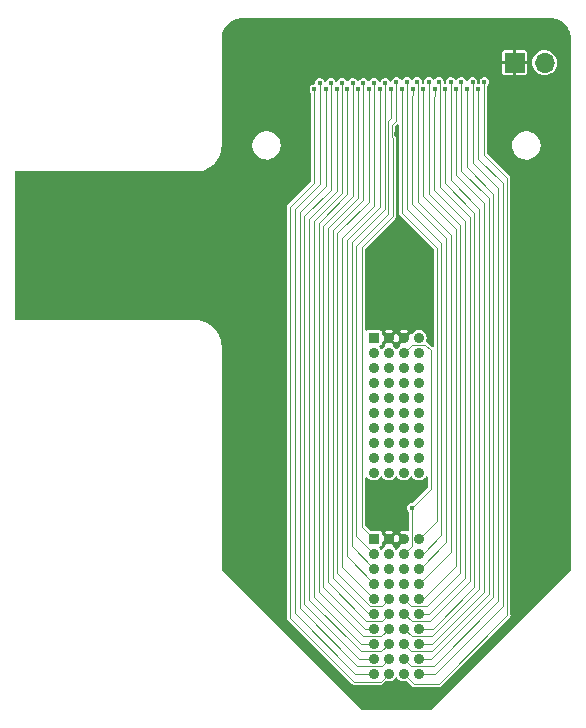
<source format=gbr>
%TF.GenerationSoftware,KiCad,Pcbnew,(6.0.0)*%
%TF.CreationDate,2022-09-09T09:06:15-04:00*%
%TF.ProjectId,eib-neuronexus-a64,6569622d-6e65-4757-926f-6e657875732d,A*%
%TF.SameCoordinates,Original*%
%TF.FileFunction,Copper,L2,Bot*%
%TF.FilePolarity,Positive*%
%FSLAX46Y46*%
G04 Gerber Fmt 4.6, Leading zero omitted, Abs format (unit mm)*
G04 Created by KiCad (PCBNEW (6.0.0)) date 2022-09-09 09:06:15*
%MOMM*%
%LPD*%
G01*
G04 APERTURE LIST*
%TA.AperFunction,ComponentPad*%
%ADD10R,1.700000X1.700000*%
%TD*%
%TA.AperFunction,ComponentPad*%
%ADD11O,1.700000X1.700000*%
%TD*%
%TA.AperFunction,ComponentPad*%
%ADD12R,0.910000X0.910000*%
%TD*%
%TA.AperFunction,ComponentPad*%
%ADD13C,0.910000*%
%TD*%
%TA.AperFunction,ViaPad*%
%ADD14C,0.400000*%
%TD*%
%TA.AperFunction,Conductor*%
%ADD15C,0.120000*%
%TD*%
G04 APERTURE END LIST*
D10*
%TO.P,J4,1,Pin_1*%
%TO.N,GND*%
X147000000Y-75000000D03*
D11*
%TO.P,J4,2,Pin_2*%
%TO.N,/Ref*%
X149540000Y-75000000D03*
%TD*%
D12*
%TO.P,J2,A1,A1*%
%TO.N,/Elec32*%
X135095000Y-98285000D03*
D13*
%TO.P,J2,A2,A2*%
%TO.N,/Elec33*%
X135095000Y-99555000D03*
%TO.P,J2,A3,A3*%
%TO.N,/Elec34*%
X135095000Y-100825000D03*
%TO.P,J2,A4,A4*%
%TO.N,/Elec35*%
X135095000Y-102095000D03*
%TO.P,J2,A5,A5*%
%TO.N,/Elec36*%
X135095000Y-103365000D03*
%TO.P,J2,A6,A6*%
%TO.N,/Elec38*%
X135095000Y-104635000D03*
%TO.P,J2,A7,A7*%
%TO.N,/Elec40*%
X135095000Y-105905000D03*
%TO.P,J2,A8,A8*%
%TO.N,/Elec42*%
X135095000Y-107175000D03*
%TO.P,J2,A9,A9*%
%TO.N,/Elec44*%
X135095000Y-108445000D03*
%TO.P,J2,A10,A10*%
%TO.N,/Elec46*%
X135095000Y-109715000D03*
%TO.P,J2,B1,B1*%
%TO.N,GND*%
X136365000Y-98285000D03*
%TO.P,J2,B2,B2*%
%TO.N,/Ref*%
X136365000Y-99555000D03*
%TO.P,J2,B3,B3*%
%TO.N,unconnected-(J2-PadB3)*%
X136365000Y-100825000D03*
%TO.P,J2,B4,B4*%
%TO.N,unconnected-(J2-PadB4)*%
X136365000Y-102095000D03*
%TO.P,J2,B5,B5*%
%TO.N,/Elec37*%
X136365000Y-103365000D03*
%TO.P,J2,B6,B6*%
%TO.N,/Elec39*%
X136365000Y-104635000D03*
%TO.P,J2,B7,B7*%
%TO.N,/Elec41*%
X136365000Y-105905000D03*
%TO.P,J2,B8,B8*%
%TO.N,/Elec43*%
X136365000Y-107175000D03*
%TO.P,J2,B9,B9*%
%TO.N,/Elec45*%
X136365000Y-108445000D03*
%TO.P,J2,B10,B10*%
%TO.N,/Elec47*%
X136365000Y-109715000D03*
%TO.P,J2,C1,C1*%
%TO.N,GND*%
X137635000Y-98285000D03*
%TO.P,J2,C2,C2*%
%TO.N,/Ref*%
X137635000Y-99555000D03*
%TO.P,J2,C3,C3*%
%TO.N,unconnected-(J2-PadC3)*%
X137635000Y-100825000D03*
%TO.P,J2,C4,C4*%
%TO.N,unconnected-(J2-PadC4)*%
X137635000Y-102095000D03*
%TO.P,J2,C5,C5*%
%TO.N,/Elec26*%
X137635000Y-103365000D03*
%TO.P,J2,C6,C6*%
%TO.N,/Elec24*%
X137635000Y-104635000D03*
%TO.P,J2,C7,C7*%
%TO.N,/Elec22*%
X137635000Y-105905000D03*
%TO.P,J2,C8,C8*%
%TO.N,/Elec20*%
X137635000Y-107175000D03*
%TO.P,J2,C9,C9*%
%TO.N,/Elec18*%
X137635000Y-108445000D03*
%TO.P,J2,C10,C10*%
%TO.N,/Elec16*%
X137635000Y-109715000D03*
%TO.P,J2,D1,D1*%
%TO.N,/Elec31*%
X138905000Y-98285000D03*
%TO.P,J2,D2,D2*%
%TO.N,/Elec30*%
X138905000Y-99555000D03*
%TO.P,J2,D3,D3*%
%TO.N,/Elec29*%
X138905000Y-100825000D03*
%TO.P,J2,D4,D4*%
%TO.N,/Elec28*%
X138905000Y-102095000D03*
%TO.P,J2,D5,D5*%
%TO.N,/Elec27*%
X138905000Y-103365000D03*
%TO.P,J2,D6,D6*%
%TO.N,/Elec25*%
X138905000Y-104635000D03*
%TO.P,J2,D7,D7*%
%TO.N,/Elec23*%
X138905000Y-105905000D03*
%TO.P,J2,D8,D8*%
%TO.N,/Elec21*%
X138905000Y-107175000D03*
%TO.P,J2,D9,D9*%
%TO.N,/Elec19*%
X138905000Y-108445000D03*
%TO.P,J2,D10,D10*%
%TO.N,/Elec17*%
X138905000Y-109715000D03*
%TD*%
D12*
%TO.P,J1,A1,A1*%
%TO.N,/Elec48*%
X135095000Y-115285000D03*
D13*
%TO.P,J1,A2,A2*%
%TO.N,/Elec49*%
X135095000Y-116555000D03*
%TO.P,J1,A3,A3*%
%TO.N,/Elec50*%
X135095000Y-117825000D03*
%TO.P,J1,A4,A4*%
%TO.N,/Elec51*%
X135095000Y-119095000D03*
%TO.P,J1,A5,A5*%
%TO.N,/Elec52*%
X135095000Y-120365000D03*
%TO.P,J1,A6,A6*%
%TO.N,/Elec54*%
X135095000Y-121635000D03*
%TO.P,J1,A7,A7*%
%TO.N,/Elec56*%
X135095000Y-122905000D03*
%TO.P,J1,A8,A8*%
%TO.N,/Elec58*%
X135095000Y-124175000D03*
%TO.P,J1,A9,A9*%
%TO.N,/Elec60*%
X135095000Y-125445000D03*
%TO.P,J1,A10,A10*%
%TO.N,/Elec62*%
X135095000Y-126715000D03*
%TO.P,J1,B1,B1*%
%TO.N,GND*%
X136365000Y-115285000D03*
%TO.P,J1,B2,B2*%
%TO.N,/Ref*%
X136365000Y-116555000D03*
%TO.P,J1,B3,B3*%
%TO.N,unconnected-(J1-PadB3)*%
X136365000Y-117825000D03*
%TO.P,J1,B4,B4*%
%TO.N,unconnected-(J1-PadB4)*%
X136365000Y-119095000D03*
%TO.P,J1,B5,B5*%
%TO.N,/Elec53*%
X136365000Y-120365000D03*
%TO.P,J1,B6,B6*%
%TO.N,/Elec55*%
X136365000Y-121635000D03*
%TO.P,J1,B7,B7*%
%TO.N,/Elec57*%
X136365000Y-122905000D03*
%TO.P,J1,B8,B8*%
%TO.N,/Elec59*%
X136365000Y-124175000D03*
%TO.P,J1,B9,B9*%
%TO.N,/Elec61*%
X136365000Y-125445000D03*
%TO.P,J1,B10,B10*%
%TO.N,/Elec63*%
X136365000Y-126715000D03*
%TO.P,J1,C1,C1*%
%TO.N,GND*%
X137635000Y-115285000D03*
%TO.P,J1,C2,C2*%
%TO.N,/Ref*%
X137635000Y-116555000D03*
%TO.P,J1,C3,C3*%
%TO.N,unconnected-(J1-PadC3)*%
X137635000Y-117825000D03*
%TO.P,J1,C4,C4*%
%TO.N,unconnected-(J1-PadC4)*%
X137635000Y-119095000D03*
%TO.P,J1,C5,C5*%
%TO.N,/Elec10*%
X137635000Y-120365000D03*
%TO.P,J1,C6,C6*%
%TO.N,/Elec8*%
X137635000Y-121635000D03*
%TO.P,J1,C7,C7*%
%TO.N,/Elec6*%
X137635000Y-122905000D03*
%TO.P,J1,C8,C8*%
%TO.N,/Elec4*%
X137635000Y-124175000D03*
%TO.P,J1,C9,C9*%
%TO.N,/Elec2*%
X137635000Y-125445000D03*
%TO.P,J1,C10,C10*%
%TO.N,/Elec0*%
X137635000Y-126715000D03*
%TO.P,J1,D1,D1*%
%TO.N,/Elec15*%
X138905000Y-115285000D03*
%TO.P,J1,D2,D2*%
%TO.N,/Elec14*%
X138905000Y-116555000D03*
%TO.P,J1,D3,D3*%
%TO.N,/Elec13*%
X138905000Y-117825000D03*
%TO.P,J1,D4,D4*%
%TO.N,/Elec12*%
X138905000Y-119095000D03*
%TO.P,J1,D5,D5*%
%TO.N,/Elec11*%
X138905000Y-120365000D03*
%TO.P,J1,D6,D6*%
%TO.N,/Elec9*%
X138905000Y-121635000D03*
%TO.P,J1,D7,D7*%
%TO.N,/Elec7*%
X138905000Y-122905000D03*
%TO.P,J1,D8,D8*%
%TO.N,/Elec5*%
X138905000Y-124175000D03*
%TO.P,J1,D9,D9*%
%TO.N,/Elec3*%
X138905000Y-125445000D03*
%TO.P,J1,D10,D10*%
%TO.N,/Elec1*%
X138905000Y-126715000D03*
%TD*%
D14*
%TO.N,/Ref*%
X138300000Y-112700000D03*
%TO.N,/Elec0*%
X144450000Y-76600000D03*
%TO.N,/Elec1*%
X143950000Y-77200000D03*
%TO.N,/Elec2*%
X143450000Y-76600000D03*
%TO.N,/Elec3*%
X142950000Y-77200000D03*
%TO.N,/Elec4*%
X142500000Y-76600000D03*
%TO.N,/Elec5*%
X142050000Y-77200000D03*
%TO.N,/Elec6*%
X141600000Y-76600000D03*
%TO.N,/Elec7*%
X141100000Y-77200000D03*
%TO.N,/Elec8*%
X140600000Y-76600000D03*
%TO.N,/Elec9*%
X140250000Y-77250000D03*
%TO.N,/Elec10*%
X139750000Y-76600000D03*
%TO.N,/Elec11*%
X139250000Y-77200000D03*
%TO.N,/Elec12*%
X138750000Y-76600000D03*
%TO.N,/Elec13*%
X138400000Y-77250000D03*
%TO.N,/Elec14*%
X137900000Y-76600000D03*
%TO.N,/Elec15*%
X137450000Y-77200000D03*
%TO.N,/Elec48*%
X137005000Y-76600000D03*
%TO.N,/Elec49*%
X136505000Y-77200000D03*
%TO.N,/Elec50*%
X136055000Y-76700000D03*
%TO.N,/Elec51*%
X135605000Y-77200000D03*
%TO.N,/Elec52*%
X135105000Y-76700000D03*
%TO.N,/Elec53*%
X134655000Y-77200000D03*
%TO.N,/Elec54*%
X134205000Y-76700000D03*
%TO.N,/Elec55*%
X133755000Y-77200000D03*
%TO.N,/Elec56*%
X133305000Y-76700000D03*
%TO.N,/Elec57*%
X132850000Y-77250000D03*
%TO.N,/Elec58*%
X132400000Y-76700000D03*
%TO.N,/Elec59*%
X131950000Y-77250000D03*
%TO.N,/Elec60*%
X131450000Y-76700000D03*
%TO.N,/Elec61*%
X131000000Y-77250000D03*
%TO.N,/Elec62*%
X130500000Y-76700000D03*
%TO.N,/Elec63*%
X130050000Y-77250000D03*
%TO.N,GND*%
X137000000Y-128000000D03*
X137000000Y-81000000D03*
X126000000Y-73000000D03*
X137000000Y-90000000D03*
X137000000Y-93000000D03*
X149000000Y-115000000D03*
X137000000Y-95000000D03*
X122000000Y-96000000D03*
X136000000Y-113000000D03*
X137000000Y-111000000D03*
X150000000Y-86000000D03*
X126000000Y-115000000D03*
X107000000Y-95500000D03*
X119500000Y-85500000D03*
X125000000Y-101000000D03*
X107000000Y-86000000D03*
X149000000Y-99000000D03*
X137000000Y-73000000D03*
X125000000Y-83000000D03*
%TD*%
D15*
%TO.N,/Ref*%
X139905000Y-111095000D02*
X139905000Y-99355000D01*
X138300479Y-112700479D02*
X138300000Y-112700000D01*
X138295479Y-98894521D02*
X137635000Y-99555000D01*
X138300479Y-115894521D02*
X138300479Y-112700479D01*
X137640000Y-116555000D02*
X138300479Y-115894521D01*
X139444521Y-98894521D02*
X138295479Y-98894521D01*
X139905000Y-99355000D02*
X139444521Y-98894521D01*
X138300000Y-112700000D02*
X139905000Y-111095000D01*
%TO.N,/Elec0*%
X140600000Y-127600000D02*
X146400000Y-121800000D01*
X146400000Y-121800000D02*
X146400000Y-84750000D01*
X144450000Y-82800000D02*
X144450000Y-76600000D01*
X138520000Y-127600000D02*
X140600000Y-127600000D01*
X137635000Y-126715000D02*
X138520000Y-127600000D01*
X144450000Y-82800000D02*
X146400000Y-84750000D01*
%TO.N,/Elec1*%
X138905000Y-126715000D02*
X140285000Y-126715000D01*
X143950000Y-83150000D02*
X146000000Y-85200000D01*
X143950000Y-83150000D02*
X143950000Y-77200000D01*
X140285000Y-126715000D02*
X146000000Y-121000000D01*
X146000000Y-121000000D02*
X146000000Y-85200000D01*
%TO.N,/Elec2*%
X143450000Y-83500000D02*
X145600000Y-85650000D01*
X138244521Y-126054521D02*
X140145479Y-126054521D01*
X140145479Y-126054521D02*
X145600000Y-120600000D01*
X137635000Y-125445000D02*
X138244521Y-126054521D01*
X145600000Y-120600000D02*
X145600000Y-85650000D01*
X143450000Y-83500000D02*
X143450000Y-76600000D01*
%TO.N,/Elec3*%
X138905000Y-125445000D02*
X139955000Y-125445000D01*
X142950000Y-83850000D02*
X142950000Y-77200000D01*
X139955000Y-125445000D02*
X145200000Y-120200000D01*
X142950000Y-83850000D02*
X145200000Y-86100000D01*
X145200000Y-120200000D02*
X145200000Y-86100000D01*
%TO.N,/Elec4*%
X142500000Y-84150000D02*
X142500000Y-76600000D01*
X140000000Y-124800000D02*
X144800000Y-120000000D01*
X142500000Y-84150000D02*
X144800000Y-86450000D01*
X144800000Y-120000000D02*
X144800000Y-86450000D01*
X138260000Y-124800000D02*
X140000000Y-124800000D01*
X137635000Y-124175000D02*
X138260000Y-124800000D01*
%TO.N,/Elec5*%
X140025000Y-124175000D02*
X144400000Y-119800000D01*
X144400000Y-119800000D02*
X144400000Y-86900000D01*
X142050000Y-84550000D02*
X142050000Y-77200000D01*
X142050000Y-84550000D02*
X144400000Y-86900000D01*
X138905000Y-124175000D02*
X140025000Y-124175000D01*
%TO.N,/Elec6*%
X141600000Y-84950000D02*
X144000000Y-87350000D01*
X138295479Y-123565479D02*
X140034521Y-123565479D01*
X140034521Y-123565479D02*
X144000000Y-119600000D01*
X144000000Y-119600000D02*
X144000000Y-87350000D01*
X137635000Y-122905000D02*
X138295479Y-123565479D01*
X141600000Y-84950000D02*
X141600000Y-76600000D01*
%TO.N,/Elec7*%
X138905000Y-122905000D02*
X140095000Y-122905000D01*
X143600000Y-119400000D02*
X143600000Y-87700000D01*
X141100000Y-85200000D02*
X141100000Y-77200000D01*
X140095000Y-122905000D02*
X143600000Y-119400000D01*
X141100000Y-85200000D02*
X143600000Y-87700000D01*
%TO.N,/Elec8*%
X138300479Y-122295479D02*
X139809521Y-122295479D01*
X143205000Y-118900000D02*
X143205000Y-88055000D01*
X140659501Y-76659501D02*
X140600000Y-76600000D01*
X140659501Y-85509501D02*
X140659501Y-76659501D01*
X139809521Y-122295479D02*
X143205000Y-118900000D01*
X143205000Y-88055000D02*
X140659501Y-85509501D01*
X137640000Y-121635000D02*
X138300479Y-122295479D01*
%TO.N,/Elec9*%
X142805000Y-88405000D02*
X140161407Y-85761407D01*
X140161407Y-85761407D02*
X140161407Y-77911407D01*
X140250000Y-77822814D02*
X140161407Y-77911407D01*
X142805000Y-118600000D02*
X142805000Y-88405000D01*
X138910000Y-121635000D02*
X139770000Y-121635000D01*
X140250000Y-77250000D02*
X140250000Y-77822814D01*
X139770000Y-121635000D02*
X142805000Y-118600000D01*
%TO.N,/Elec10*%
X137640000Y-120365000D02*
X138275000Y-121000000D01*
X139750000Y-86100000D02*
X139750000Y-76600000D01*
X142405000Y-118200000D02*
X142405000Y-88755000D01*
X139605000Y-121000000D02*
X142405000Y-118200000D01*
X138275000Y-121000000D02*
X139605000Y-121000000D01*
X139750000Y-86100000D02*
X142405000Y-88755000D01*
%TO.N,/Elec11*%
X142005000Y-117600000D02*
X142005000Y-89055000D01*
X139250000Y-86300000D02*
X142005000Y-89055000D01*
X139240000Y-120365000D02*
X142005000Y-117600000D01*
X138910000Y-120365000D02*
X139240000Y-120365000D01*
X139250000Y-86300000D02*
X139250000Y-77200000D01*
%TO.N,/Elec12*%
X138809501Y-76659501D02*
X138750000Y-76600000D01*
X141605000Y-116400000D02*
X141605000Y-89555000D01*
X138809501Y-86759501D02*
X138809501Y-76659501D01*
X141605000Y-89555000D02*
X138809501Y-86759501D01*
X138910000Y-119095000D02*
X141605000Y-116400000D01*
%TO.N,/Elec13*%
X141205000Y-89855000D02*
X138309538Y-86959538D01*
X138309538Y-86959538D02*
X138309538Y-77809538D01*
X138910000Y-117825000D02*
X138980000Y-117825000D01*
X138400000Y-77250000D02*
X138400000Y-77719076D01*
X138400000Y-77719076D02*
X138309538Y-77809538D01*
X141205000Y-115600000D02*
X141205000Y-89855000D01*
X138980000Y-117825000D02*
X141205000Y-115600000D01*
%TO.N,/Elec14*%
X137900000Y-87350000D02*
X140805000Y-90255000D01*
X137900000Y-76600000D02*
X137900000Y-87350000D01*
X139250000Y-116555000D02*
X140805000Y-115000000D01*
X138910000Y-116555000D02*
X139250000Y-116555000D01*
X140805000Y-115000000D02*
X140805000Y-90255000D01*
%TO.N,/Elec15*%
X138915000Y-115285000D02*
X140405000Y-113795000D01*
X138910000Y-115285000D02*
X138915000Y-115285000D01*
X137450000Y-87700000D02*
X137450000Y-77200000D01*
X140405000Y-113795000D02*
X140405000Y-90655000D01*
X140405000Y-90655000D02*
X137450000Y-87700000D01*
%TO.N,/Elec48*%
X137005000Y-79895000D02*
X137005000Y-76600000D01*
X136590499Y-81290499D02*
X136590499Y-80309501D01*
X135100000Y-115285000D02*
X134105000Y-114290000D01*
X134105000Y-114290000D02*
X134105000Y-90598707D01*
X134105000Y-90598707D02*
X136700000Y-88003706D01*
X136700000Y-81400000D02*
X136590499Y-81290499D01*
X136700000Y-88003706D02*
X136700000Y-81400000D01*
X136590499Y-80309501D02*
X137005000Y-79895000D01*
%TO.N,/Elec49*%
X136505000Y-77200000D02*
X136505000Y-79695000D01*
X133605000Y-90495000D02*
X133605000Y-115060000D01*
X133605000Y-115060000D02*
X135100000Y-116555000D01*
X136505000Y-79695000D02*
X136300000Y-79900000D01*
X136300000Y-87800000D02*
X133605000Y-90495000D01*
X136300000Y-79900000D02*
X136300000Y-87800000D01*
%TO.N,/Elec50*%
X136000000Y-79300000D02*
X136055000Y-79245000D01*
X136055000Y-79245000D02*
X136055000Y-76700000D01*
X136000000Y-87400000D02*
X136000000Y-79300000D01*
X133205000Y-90195000D02*
X136000000Y-87400000D01*
X135100000Y-117825000D02*
X133205000Y-115930000D01*
X133205000Y-115930000D02*
X133205000Y-90195000D01*
%TO.N,/Elec51*%
X135605000Y-77200000D02*
X135605000Y-87200000D01*
X132805000Y-116800000D02*
X135100000Y-119095000D01*
X132805000Y-90000000D02*
X132805000Y-116800000D01*
X135605000Y-87200000D02*
X132805000Y-90000000D01*
%TO.N,/Elec52*%
X132405000Y-117670000D02*
X132405000Y-89800000D01*
X135105000Y-87100000D02*
X135105000Y-76700000D01*
X135100000Y-120365000D02*
X132405000Y-117670000D01*
X132405000Y-89800000D02*
X135105000Y-87100000D01*
%TO.N,/Elec53*%
X134655000Y-78345000D02*
X134650000Y-78350000D01*
X136370000Y-120365000D02*
X135760479Y-120974521D01*
X134779521Y-120974521D02*
X132005000Y-118200000D01*
X134650000Y-86755000D02*
X134650000Y-78350000D01*
X132005000Y-118200000D02*
X132005000Y-89400000D01*
X132005000Y-89400000D02*
X134650000Y-86755000D01*
X135760479Y-120974521D02*
X134779521Y-120974521D01*
X134655000Y-77200000D02*
X134655000Y-78345000D01*
%TO.N,/Elec54*%
X135100000Y-121635000D02*
X134640000Y-121635000D01*
X134640000Y-121635000D02*
X131605000Y-118600000D01*
X134205000Y-86600000D02*
X134205000Y-76700000D01*
X131605000Y-89200000D02*
X134205000Y-86600000D01*
X131605000Y-118600000D02*
X131605000Y-89200000D01*
%TO.N,/Elec55*%
X131205000Y-89000000D02*
X133755000Y-86450000D01*
X134449521Y-122244521D02*
X131205000Y-119000000D01*
X135760479Y-122244521D02*
X134449521Y-122244521D01*
X136370000Y-121635000D02*
X135760479Y-122244521D01*
X131205000Y-119000000D02*
X131205000Y-89000000D01*
X133755000Y-77200000D02*
X133755000Y-86450000D01*
%TO.N,/Elec56*%
X130805000Y-88800000D02*
X130805000Y-119400000D01*
X133305000Y-86300000D02*
X130805000Y-88800000D01*
X134310000Y-122905000D02*
X135100000Y-122905000D01*
X130805000Y-119400000D02*
X134310000Y-122905000D01*
X133305000Y-76700000D02*
X133305000Y-86300000D01*
%TO.N,/Elec57*%
X130405000Y-119800000D02*
X134170479Y-123565479D01*
X132850000Y-77250000D02*
X132850000Y-86155000D01*
X130405000Y-88600000D02*
X130405000Y-119800000D01*
X132850000Y-86155000D02*
X130405000Y-88600000D01*
X134170479Y-123565479D02*
X135709521Y-123565479D01*
X135709521Y-123565479D02*
X136370000Y-122905000D01*
%TO.N,/Elec58*%
X133980000Y-124175000D02*
X130005000Y-120200000D01*
X130005000Y-120200000D02*
X130005000Y-88400000D01*
X132400000Y-86005000D02*
X132400000Y-76700000D01*
X135100000Y-124175000D02*
X133980000Y-124175000D01*
X130005000Y-88400000D02*
X132400000Y-86005000D01*
%TO.N,/Elec59*%
X135709521Y-124835479D02*
X136370000Y-124175000D01*
X133990479Y-124835479D02*
X135709521Y-124835479D01*
X129605000Y-88200000D02*
X129605000Y-120450000D01*
X129605000Y-120450000D02*
X133990479Y-124835479D01*
X131950000Y-85855000D02*
X129605000Y-88200000D01*
X131950000Y-77250000D02*
X131950000Y-85855000D01*
%TO.N,/Elec60*%
X131450000Y-85755000D02*
X131450000Y-76700000D01*
X133850000Y-125445000D02*
X129205000Y-120800000D01*
X135100000Y-125445000D02*
X133850000Y-125445000D01*
X129205000Y-120800000D02*
X129205000Y-88000000D01*
X129205000Y-88000000D02*
X131450000Y-85755000D01*
%TO.N,/Elec61*%
X131000000Y-77250000D02*
X131000000Y-85405000D01*
X128805000Y-87600000D02*
X128805000Y-121200000D01*
X133659521Y-126054521D02*
X135760479Y-126054521D01*
X128805000Y-121200000D02*
X133659521Y-126054521D01*
X131000000Y-85405000D02*
X128805000Y-87600000D01*
X135760479Y-126054521D02*
X136370000Y-125445000D01*
%TO.N,/Elec62*%
X128405000Y-87400000D02*
X130500000Y-85305000D01*
X135100000Y-126715000D02*
X133520000Y-126715000D01*
X133520000Y-126715000D02*
X128405000Y-121600000D01*
X130500000Y-85305000D02*
X130500000Y-76700000D01*
X128405000Y-121600000D02*
X128405000Y-87400000D01*
%TO.N,/Elec63*%
X130050000Y-85155000D02*
X130050000Y-77250000D01*
X135685000Y-127400000D02*
X133405000Y-127400000D01*
X128005000Y-122000000D02*
X128005000Y-87200000D01*
X128005000Y-87200000D02*
X130050000Y-85155000D01*
X133405000Y-127400000D02*
X128005000Y-122000000D01*
X136370000Y-126715000D02*
X135685000Y-127400000D01*
%TO.N,GND*%
X137000000Y-82000000D02*
X137000000Y-81000000D01*
X137000000Y-90000000D02*
X137000000Y-82000000D01*
%TD*%
%TA.AperFunction,Conductor*%
%TO.N,GND*%
G36*
X149988227Y-71202518D02*
G01*
X149999642Y-71205143D01*
X150010517Y-71202682D01*
X150021664Y-71202702D01*
X150021664Y-71202863D01*
X150031669Y-71202076D01*
X150103759Y-71206801D01*
X150228475Y-71214975D01*
X150241302Y-71216663D01*
X150459516Y-71260068D01*
X150472016Y-71263418D01*
X150682691Y-71334933D01*
X150694653Y-71339889D01*
X150776954Y-71380475D01*
X150894180Y-71438284D01*
X150905386Y-71444753D01*
X151090385Y-71568365D01*
X151100639Y-71576233D01*
X151267914Y-71722930D01*
X151277069Y-71732085D01*
X151423767Y-71899361D01*
X151431635Y-71909615D01*
X151555247Y-72094614D01*
X151561716Y-72105820D01*
X151660111Y-72305346D01*
X151665067Y-72317309D01*
X151736581Y-72527980D01*
X151739933Y-72540489D01*
X151783336Y-72758691D01*
X151785026Y-72771530D01*
X151797891Y-72967816D01*
X151797101Y-72977628D01*
X151797375Y-72977628D01*
X151797355Y-72988778D01*
X151794857Y-72999642D01*
X151797317Y-73010514D01*
X151797317Y-73010516D01*
X151797559Y-73011583D01*
X151800000Y-73033432D01*
X151800000Y-117876149D01*
X151781093Y-117934340D01*
X151771004Y-117946153D01*
X139946153Y-129771004D01*
X139891636Y-129798781D01*
X139876149Y-129800000D01*
X134123851Y-129800000D01*
X134065660Y-129781093D01*
X134053847Y-129771004D01*
X126282843Y-122000000D01*
X127739397Y-122000000D01*
X127744500Y-122025654D01*
X127759615Y-122101642D01*
X127817190Y-122187810D01*
X127825300Y-122193229D01*
X127825301Y-122193230D01*
X127830831Y-122196925D01*
X127845835Y-122209237D01*
X133195763Y-127559165D01*
X133208075Y-127574169D01*
X133211770Y-127579699D01*
X133217190Y-127587810D01*
X133303358Y-127645385D01*
X133405000Y-127665603D01*
X133421093Y-127662402D01*
X133440406Y-127660500D01*
X135649594Y-127660500D01*
X135668907Y-127662402D01*
X135685000Y-127665603D01*
X135710654Y-127660500D01*
X135786642Y-127645385D01*
X135872810Y-127587810D01*
X135878230Y-127579699D01*
X135881925Y-127574169D01*
X135894237Y-127559165D01*
X136083759Y-127369643D01*
X136138276Y-127341866D01*
X136178884Y-127343888D01*
X136231358Y-127357655D01*
X136269609Y-127367690D01*
X136269612Y-127367690D01*
X136275385Y-127369205D01*
X136281352Y-127369299D01*
X136281354Y-127369299D01*
X136344167Y-127370285D01*
X136434022Y-127371697D01*
X136442990Y-127369643D01*
X136582850Y-127337611D01*
X136582853Y-127337610D01*
X136588673Y-127336277D01*
X136602206Y-127329471D01*
X136725075Y-127267674D01*
X136730412Y-127264990D01*
X136840434Y-127171022D01*
X136846517Y-127165827D01*
X136846518Y-127165826D01*
X136851055Y-127161951D01*
X136859299Y-127150479D01*
X136920119Y-127065840D01*
X136969431Y-127029618D01*
X137030615Y-127029298D01*
X137082686Y-127068394D01*
X137135146Y-127146463D01*
X137139557Y-127150477D01*
X137139559Y-127150479D01*
X137162136Y-127171022D01*
X137252493Y-127253240D01*
X137322208Y-127291092D01*
X137386676Y-127326096D01*
X137386678Y-127326097D01*
X137391922Y-127328944D01*
X137397696Y-127330459D01*
X137397699Y-127330460D01*
X137539606Y-127367689D01*
X137545385Y-127369205D01*
X137551354Y-127369299D01*
X137551356Y-127369299D01*
X137609053Y-127370205D01*
X137704022Y-127371697D01*
X137829052Y-127343061D01*
X137889993Y-127348499D01*
X137921156Y-127369558D01*
X138310763Y-127759165D01*
X138323075Y-127774169D01*
X138326770Y-127779699D01*
X138332190Y-127787810D01*
X138418358Y-127845385D01*
X138520000Y-127865603D01*
X138536093Y-127862402D01*
X138555406Y-127860500D01*
X140564594Y-127860500D01*
X140583907Y-127862402D01*
X140600000Y-127865603D01*
X140625654Y-127860500D01*
X140701642Y-127845385D01*
X140787810Y-127787810D01*
X140793230Y-127779699D01*
X140796925Y-127774169D01*
X140809237Y-127759165D01*
X146559168Y-122009235D01*
X146574172Y-121996923D01*
X146579699Y-121993230D01*
X146579700Y-121993229D01*
X146587810Y-121987810D01*
X146645385Y-121901642D01*
X146648852Y-121884216D01*
X146652554Y-121865603D01*
X146659855Y-121828902D01*
X146665604Y-121800000D01*
X146662402Y-121783903D01*
X146660500Y-121764588D01*
X146660500Y-84785406D01*
X146662402Y-84766091D01*
X146663701Y-84759561D01*
X146665603Y-84750000D01*
X146645385Y-84648358D01*
X146602341Y-84583938D01*
X146587810Y-84562190D01*
X146579703Y-84556773D01*
X146579701Y-84556771D01*
X146574172Y-84553077D01*
X146559168Y-84540765D01*
X144739496Y-82721094D01*
X144711719Y-82666577D01*
X144710500Y-82651090D01*
X144710500Y-81968453D01*
X146795272Y-81968453D01*
X146796608Y-81988830D01*
X146809696Y-82188526D01*
X146810812Y-82192919D01*
X146810812Y-82192921D01*
X146828527Y-82262674D01*
X146863984Y-82402284D01*
X146956317Y-82602570D01*
X147083604Y-82782676D01*
X147241580Y-82936570D01*
X147245353Y-82939091D01*
X147421178Y-83056575D01*
X147421181Y-83056577D01*
X147424956Y-83059099D01*
X147517210Y-83098734D01*
X147623412Y-83144362D01*
X147623416Y-83144363D01*
X147627591Y-83146157D01*
X147842698Y-83194831D01*
X148063072Y-83203489D01*
X148067555Y-83202839D01*
X148067556Y-83202839D01*
X148276848Y-83172494D01*
X148276853Y-83172493D01*
X148281335Y-83171843D01*
X148304092Y-83164118D01*
X148485878Y-83102410D01*
X148485881Y-83102408D01*
X148490175Y-83100951D01*
X148682599Y-82993188D01*
X148754482Y-82933404D01*
X148848663Y-82855074D01*
X148852163Y-82852163D01*
X148909955Y-82782676D01*
X148990283Y-82686092D01*
X148990283Y-82686091D01*
X148993188Y-82682599D01*
X149080072Y-82527457D01*
X149098734Y-82494134D01*
X149098735Y-82494133D01*
X149100951Y-82490175D01*
X149132281Y-82397882D01*
X149170385Y-82285630D01*
X149171843Y-82281335D01*
X149185300Y-82188526D01*
X149203072Y-82065949D01*
X149203072Y-82065947D01*
X149203489Y-82063072D01*
X149205141Y-82000000D01*
X149204641Y-81994551D01*
X149185376Y-81784898D01*
X149184961Y-81780380D01*
X149125096Y-81568116D01*
X149027552Y-81370316D01*
X148915530Y-81220300D01*
X148898310Y-81197240D01*
X148898309Y-81197239D01*
X148895594Y-81193603D01*
X148733643Y-81043897D01*
X148700042Y-81022696D01*
X148550960Y-80928633D01*
X148547123Y-80926212D01*
X148342279Y-80844487D01*
X148125972Y-80801461D01*
X148015709Y-80800018D01*
X147909985Y-80798633D01*
X147909980Y-80798633D01*
X147905446Y-80798574D01*
X147900971Y-80799343D01*
X147900970Y-80799343D01*
X147692556Y-80835155D01*
X147692555Y-80835155D01*
X147688087Y-80835923D01*
X147593122Y-80870957D01*
X147485436Y-80910684D01*
X147485433Y-80910685D01*
X147481173Y-80912257D01*
X147477270Y-80914579D01*
X147477268Y-80914580D01*
X147412334Y-80953212D01*
X147291636Y-81025020D01*
X147288221Y-81028014D01*
X147288218Y-81028017D01*
X147270111Y-81043897D01*
X147125822Y-81170436D01*
X146989284Y-81343633D01*
X146987171Y-81347648D01*
X146987171Y-81347649D01*
X146946129Y-81425658D01*
X146886595Y-81538813D01*
X146821194Y-81749437D01*
X146820660Y-81753947D01*
X146820660Y-81753948D01*
X146812516Y-81822761D01*
X146795272Y-81968453D01*
X144710500Y-81968453D01*
X144710500Y-76946900D01*
X144729407Y-76888709D01*
X144739496Y-76876896D01*
X144778050Y-76838342D01*
X144784694Y-76825304D01*
X144832110Y-76732244D01*
X144832110Y-76732243D01*
X144835646Y-76725304D01*
X144838435Y-76707698D01*
X144854273Y-76607697D01*
X144855492Y-76600000D01*
X144852219Y-76579335D01*
X144836865Y-76482391D01*
X144836865Y-76482390D01*
X144835646Y-76474696D01*
X144824558Y-76452934D01*
X144781586Y-76368597D01*
X144781585Y-76368595D01*
X144778050Y-76361658D01*
X144688342Y-76271950D01*
X144681405Y-76268415D01*
X144681403Y-76268414D01*
X144582244Y-76217890D01*
X144582243Y-76217890D01*
X144575304Y-76214354D01*
X144567610Y-76213135D01*
X144567609Y-76213135D01*
X144457697Y-76195727D01*
X144450000Y-76194508D01*
X144442303Y-76195727D01*
X144332391Y-76213135D01*
X144332390Y-76213135D01*
X144324696Y-76214354D01*
X144317757Y-76217890D01*
X144317756Y-76217890D01*
X144218597Y-76268414D01*
X144218595Y-76268415D01*
X144211658Y-76271950D01*
X144121950Y-76361658D01*
X144118415Y-76368595D01*
X144118414Y-76368597D01*
X144075442Y-76452934D01*
X144064354Y-76474696D01*
X144063135Y-76482390D01*
X144063135Y-76482391D01*
X144047781Y-76579335D01*
X144039581Y-76595428D01*
X144047781Y-76620665D01*
X144057375Y-76681240D01*
X144047804Y-76741672D01*
X144004539Y-76784937D01*
X143959594Y-76795727D01*
X143957697Y-76795727D01*
X143950000Y-76794508D01*
X143942303Y-76795727D01*
X143940406Y-76795727D01*
X143882215Y-76776820D01*
X143846251Y-76727320D01*
X143842625Y-76681240D01*
X143852219Y-76620665D01*
X143860419Y-76604572D01*
X143852219Y-76579335D01*
X143836865Y-76482391D01*
X143836865Y-76482390D01*
X143835646Y-76474696D01*
X143824558Y-76452934D01*
X143781586Y-76368597D01*
X143781585Y-76368595D01*
X143778050Y-76361658D01*
X143688342Y-76271950D01*
X143681405Y-76268415D01*
X143681403Y-76268414D01*
X143582244Y-76217890D01*
X143582243Y-76217890D01*
X143575304Y-76214354D01*
X143567610Y-76213135D01*
X143567609Y-76213135D01*
X143457697Y-76195727D01*
X143450000Y-76194508D01*
X143442303Y-76195727D01*
X143332391Y-76213135D01*
X143332390Y-76213135D01*
X143324696Y-76214354D01*
X143317757Y-76217890D01*
X143317756Y-76217890D01*
X143218597Y-76268414D01*
X143218595Y-76268415D01*
X143211658Y-76271950D01*
X143121950Y-76361658D01*
X143118415Y-76368595D01*
X143118414Y-76368597D01*
X143075442Y-76452934D01*
X143064354Y-76474696D01*
X143062114Y-76473555D01*
X143033192Y-76513364D01*
X142975001Y-76532272D01*
X142916810Y-76513365D01*
X142887886Y-76473555D01*
X142885646Y-76474696D01*
X142831586Y-76368597D01*
X142831585Y-76368595D01*
X142828050Y-76361658D01*
X142738342Y-76271950D01*
X142731405Y-76268415D01*
X142731403Y-76268414D01*
X142632244Y-76217890D01*
X142632243Y-76217890D01*
X142625304Y-76214354D01*
X142617610Y-76213135D01*
X142617609Y-76213135D01*
X142507697Y-76195727D01*
X142500000Y-76194508D01*
X142492303Y-76195727D01*
X142382391Y-76213135D01*
X142382390Y-76213135D01*
X142374696Y-76214354D01*
X142367757Y-76217890D01*
X142367756Y-76217890D01*
X142268597Y-76268414D01*
X142268595Y-76268415D01*
X142261658Y-76271950D01*
X142171950Y-76361658D01*
X142168415Y-76368595D01*
X142168414Y-76368597D01*
X142138210Y-76427876D01*
X142094945Y-76471141D01*
X142034513Y-76480712D01*
X141979996Y-76452934D01*
X141961790Y-76427876D01*
X141931586Y-76368597D01*
X141931585Y-76368595D01*
X141928050Y-76361658D01*
X141838342Y-76271950D01*
X141831405Y-76268415D01*
X141831403Y-76268414D01*
X141732244Y-76217890D01*
X141732243Y-76217890D01*
X141725304Y-76214354D01*
X141717610Y-76213135D01*
X141717609Y-76213135D01*
X141607697Y-76195727D01*
X141600000Y-76194508D01*
X141592303Y-76195727D01*
X141482391Y-76213135D01*
X141482390Y-76213135D01*
X141474696Y-76214354D01*
X141467757Y-76217890D01*
X141467756Y-76217890D01*
X141368597Y-76268414D01*
X141368595Y-76268415D01*
X141361658Y-76271950D01*
X141271950Y-76361658D01*
X141268415Y-76368595D01*
X141268414Y-76368597D01*
X141225442Y-76452934D01*
X141214354Y-76474696D01*
X141213135Y-76482390D01*
X141213135Y-76482391D01*
X141197781Y-76579335D01*
X141189581Y-76595428D01*
X141197781Y-76620665D01*
X141207375Y-76681240D01*
X141197804Y-76741672D01*
X141154539Y-76784937D01*
X141109594Y-76795727D01*
X141107697Y-76795727D01*
X141100000Y-76794508D01*
X141092303Y-76795727D01*
X141090406Y-76795727D01*
X141032215Y-76776820D01*
X140996251Y-76727320D01*
X140992625Y-76681240D01*
X141002219Y-76620665D01*
X141010419Y-76604572D01*
X141002219Y-76579335D01*
X140986865Y-76482391D01*
X140986865Y-76482390D01*
X140985646Y-76474696D01*
X140974558Y-76452934D01*
X140931586Y-76368597D01*
X140931585Y-76368595D01*
X140928050Y-76361658D01*
X140838342Y-76271950D01*
X140831405Y-76268415D01*
X140831403Y-76268414D01*
X140732244Y-76217890D01*
X140732243Y-76217890D01*
X140725304Y-76214354D01*
X140717610Y-76213135D01*
X140717609Y-76213135D01*
X140607697Y-76195727D01*
X140600000Y-76194508D01*
X140592303Y-76195727D01*
X140482391Y-76213135D01*
X140482390Y-76213135D01*
X140474696Y-76214354D01*
X140467757Y-76217890D01*
X140467756Y-76217890D01*
X140368597Y-76268414D01*
X140368595Y-76268415D01*
X140361658Y-76271950D01*
X140271950Y-76361658D01*
X140268415Y-76368596D01*
X140268412Y-76368600D01*
X140263209Y-76378812D01*
X140219945Y-76422076D01*
X140159512Y-76431647D01*
X140104996Y-76403869D01*
X140086791Y-76378812D01*
X140081588Y-76368600D01*
X140081585Y-76368596D01*
X140078050Y-76361658D01*
X139988342Y-76271950D01*
X139981405Y-76268415D01*
X139981403Y-76268414D01*
X139882244Y-76217890D01*
X139882243Y-76217890D01*
X139875304Y-76214354D01*
X139867610Y-76213135D01*
X139867609Y-76213135D01*
X139757697Y-76195727D01*
X139750000Y-76194508D01*
X139742303Y-76195727D01*
X139632391Y-76213135D01*
X139632390Y-76213135D01*
X139624696Y-76214354D01*
X139617757Y-76217890D01*
X139617756Y-76217890D01*
X139518597Y-76268414D01*
X139518595Y-76268415D01*
X139511658Y-76271950D01*
X139421950Y-76361658D01*
X139418415Y-76368595D01*
X139418414Y-76368597D01*
X139375442Y-76452934D01*
X139364354Y-76474696D01*
X139363135Y-76482390D01*
X139363135Y-76482391D01*
X139347781Y-76579335D01*
X139339581Y-76595428D01*
X139347781Y-76620665D01*
X139357375Y-76681240D01*
X139347804Y-76741672D01*
X139304539Y-76784937D01*
X139259594Y-76795727D01*
X139257697Y-76795727D01*
X139250000Y-76794508D01*
X139242303Y-76795727D01*
X139240406Y-76795727D01*
X139182215Y-76776820D01*
X139146251Y-76727320D01*
X139142625Y-76681240D01*
X139152219Y-76620665D01*
X139160419Y-76604572D01*
X139152219Y-76579335D01*
X139136865Y-76482391D01*
X139136865Y-76482390D01*
X139135646Y-76474696D01*
X139124558Y-76452934D01*
X139081586Y-76368597D01*
X139081585Y-76368595D01*
X139078050Y-76361658D01*
X138988342Y-76271950D01*
X138981405Y-76268415D01*
X138981403Y-76268414D01*
X138882244Y-76217890D01*
X138882243Y-76217890D01*
X138875304Y-76214354D01*
X138867610Y-76213135D01*
X138867609Y-76213135D01*
X138757697Y-76195727D01*
X138750000Y-76194508D01*
X138742303Y-76195727D01*
X138632391Y-76213135D01*
X138632390Y-76213135D01*
X138624696Y-76214354D01*
X138617757Y-76217890D01*
X138617756Y-76217890D01*
X138518597Y-76268414D01*
X138518595Y-76268415D01*
X138511658Y-76271950D01*
X138421950Y-76361658D01*
X138418415Y-76368596D01*
X138418412Y-76368600D01*
X138413209Y-76378812D01*
X138369945Y-76422076D01*
X138309512Y-76431647D01*
X138254996Y-76403869D01*
X138236791Y-76378812D01*
X138231588Y-76368600D01*
X138231585Y-76368596D01*
X138228050Y-76361658D01*
X138138342Y-76271950D01*
X138131405Y-76268415D01*
X138131403Y-76268414D01*
X138032244Y-76217890D01*
X138032243Y-76217890D01*
X138025304Y-76214354D01*
X138017610Y-76213135D01*
X138017609Y-76213135D01*
X137907697Y-76195727D01*
X137900000Y-76194508D01*
X137892303Y-76195727D01*
X137782391Y-76213135D01*
X137782390Y-76213135D01*
X137774696Y-76214354D01*
X137767757Y-76217890D01*
X137767756Y-76217890D01*
X137668597Y-76268414D01*
X137668595Y-76268415D01*
X137661658Y-76271950D01*
X137571950Y-76361658D01*
X137568415Y-76368595D01*
X137568414Y-76368597D01*
X137550442Y-76403869D01*
X137541166Y-76422076D01*
X137540710Y-76422970D01*
X137497445Y-76466235D01*
X137437013Y-76475806D01*
X137382496Y-76448029D01*
X137364290Y-76422970D01*
X137363835Y-76422076D01*
X137354558Y-76403869D01*
X137336586Y-76368597D01*
X137336585Y-76368595D01*
X137333050Y-76361658D01*
X137243342Y-76271950D01*
X137236405Y-76268415D01*
X137236403Y-76268414D01*
X137137244Y-76217890D01*
X137137243Y-76217890D01*
X137130304Y-76214354D01*
X137122610Y-76213135D01*
X137122609Y-76213135D01*
X137012697Y-76195727D01*
X137005000Y-76194508D01*
X136997303Y-76195727D01*
X136887391Y-76213135D01*
X136887390Y-76213135D01*
X136879696Y-76214354D01*
X136872757Y-76217890D01*
X136872756Y-76217890D01*
X136773597Y-76268414D01*
X136773595Y-76268415D01*
X136766658Y-76271950D01*
X136676950Y-76361658D01*
X136673415Y-76368595D01*
X136673414Y-76368597D01*
X136630442Y-76452934D01*
X136619354Y-76474696D01*
X136613230Y-76513365D01*
X136612558Y-76517605D01*
X136584781Y-76572122D01*
X136530265Y-76599900D01*
X136469832Y-76590329D01*
X136426568Y-76547064D01*
X136386589Y-76468602D01*
X136386586Y-76468598D01*
X136383050Y-76461658D01*
X136293342Y-76371950D01*
X136286405Y-76368415D01*
X136286403Y-76368414D01*
X136187244Y-76317890D01*
X136187243Y-76317890D01*
X136180304Y-76314354D01*
X136172610Y-76313135D01*
X136172609Y-76313135D01*
X136062697Y-76295727D01*
X136055000Y-76294508D01*
X136047303Y-76295727D01*
X135937391Y-76313135D01*
X135937390Y-76313135D01*
X135929696Y-76314354D01*
X135922757Y-76317890D01*
X135922756Y-76317890D01*
X135823597Y-76368414D01*
X135823595Y-76368415D01*
X135816658Y-76371950D01*
X135726950Y-76461658D01*
X135723415Y-76468595D01*
X135723414Y-76468597D01*
X135719741Y-76475806D01*
X135669354Y-76574696D01*
X135667114Y-76573555D01*
X135638192Y-76613364D01*
X135580001Y-76632272D01*
X135521810Y-76613365D01*
X135492886Y-76573555D01*
X135490646Y-76574696D01*
X135436586Y-76468597D01*
X135436585Y-76468595D01*
X135433050Y-76461658D01*
X135343342Y-76371950D01*
X135336405Y-76368415D01*
X135336403Y-76368414D01*
X135237244Y-76317890D01*
X135237243Y-76317890D01*
X135230304Y-76314354D01*
X135222610Y-76313135D01*
X135222609Y-76313135D01*
X135112697Y-76295727D01*
X135105000Y-76294508D01*
X135097303Y-76295727D01*
X134987391Y-76313135D01*
X134987390Y-76313135D01*
X134979696Y-76314354D01*
X134972757Y-76317890D01*
X134972756Y-76317890D01*
X134873597Y-76368414D01*
X134873595Y-76368415D01*
X134866658Y-76371950D01*
X134776950Y-76461658D01*
X134773415Y-76468595D01*
X134773414Y-76468597D01*
X134743210Y-76527876D01*
X134699945Y-76571141D01*
X134639513Y-76580712D01*
X134584996Y-76552934D01*
X134566790Y-76527876D01*
X134536586Y-76468597D01*
X134536585Y-76468595D01*
X134533050Y-76461658D01*
X134443342Y-76371950D01*
X134436405Y-76368415D01*
X134436403Y-76368414D01*
X134337244Y-76317890D01*
X134337243Y-76317890D01*
X134330304Y-76314354D01*
X134322610Y-76313135D01*
X134322609Y-76313135D01*
X134212697Y-76295727D01*
X134205000Y-76294508D01*
X134197303Y-76295727D01*
X134087391Y-76313135D01*
X134087390Y-76313135D01*
X134079696Y-76314354D01*
X134072757Y-76317890D01*
X134072756Y-76317890D01*
X133973597Y-76368414D01*
X133973595Y-76368415D01*
X133966658Y-76371950D01*
X133876950Y-76461658D01*
X133873415Y-76468595D01*
X133873414Y-76468597D01*
X133843210Y-76527876D01*
X133799945Y-76571141D01*
X133739513Y-76580712D01*
X133684996Y-76552934D01*
X133666790Y-76527876D01*
X133636586Y-76468597D01*
X133636585Y-76468595D01*
X133633050Y-76461658D01*
X133543342Y-76371950D01*
X133536405Y-76368415D01*
X133536403Y-76368414D01*
X133437244Y-76317890D01*
X133437243Y-76317890D01*
X133430304Y-76314354D01*
X133422610Y-76313135D01*
X133422609Y-76313135D01*
X133312697Y-76295727D01*
X133305000Y-76294508D01*
X133297303Y-76295727D01*
X133187391Y-76313135D01*
X133187390Y-76313135D01*
X133179696Y-76314354D01*
X133172757Y-76317890D01*
X133172756Y-76317890D01*
X133073597Y-76368414D01*
X133073595Y-76368415D01*
X133066658Y-76371950D01*
X132976950Y-76461658D01*
X132973415Y-76468595D01*
X132973414Y-76468597D01*
X132940710Y-76532783D01*
X132897445Y-76576048D01*
X132837013Y-76585619D01*
X132782496Y-76557842D01*
X132764290Y-76532783D01*
X132731586Y-76468597D01*
X132731585Y-76468595D01*
X132728050Y-76461658D01*
X132638342Y-76371950D01*
X132631405Y-76368415D01*
X132631403Y-76368414D01*
X132532244Y-76317890D01*
X132532243Y-76317890D01*
X132525304Y-76314354D01*
X132517610Y-76313135D01*
X132517609Y-76313135D01*
X132407697Y-76295727D01*
X132400000Y-76294508D01*
X132392303Y-76295727D01*
X132282391Y-76313135D01*
X132282390Y-76313135D01*
X132274696Y-76314354D01*
X132267757Y-76317890D01*
X132267756Y-76317890D01*
X132168597Y-76368414D01*
X132168595Y-76368415D01*
X132161658Y-76371950D01*
X132071950Y-76461658D01*
X132068415Y-76468595D01*
X132068414Y-76468597D01*
X132064741Y-76475806D01*
X132014354Y-76574696D01*
X132012114Y-76573555D01*
X131983192Y-76613364D01*
X131925001Y-76632272D01*
X131866810Y-76613365D01*
X131837886Y-76573555D01*
X131835646Y-76574696D01*
X131781586Y-76468597D01*
X131781585Y-76468595D01*
X131778050Y-76461658D01*
X131688342Y-76371950D01*
X131681405Y-76368415D01*
X131681403Y-76368414D01*
X131582244Y-76317890D01*
X131582243Y-76317890D01*
X131575304Y-76314354D01*
X131567610Y-76313135D01*
X131567609Y-76313135D01*
X131457697Y-76295727D01*
X131450000Y-76294508D01*
X131442303Y-76295727D01*
X131332391Y-76313135D01*
X131332390Y-76313135D01*
X131324696Y-76314354D01*
X131317757Y-76317890D01*
X131317756Y-76317890D01*
X131218597Y-76368414D01*
X131218595Y-76368415D01*
X131211658Y-76371950D01*
X131121950Y-76461658D01*
X131118415Y-76468595D01*
X131118414Y-76468597D01*
X131114741Y-76475806D01*
X131064354Y-76574696D01*
X131062114Y-76573555D01*
X131033192Y-76613364D01*
X130975001Y-76632272D01*
X130916810Y-76613365D01*
X130887886Y-76573555D01*
X130885646Y-76574696D01*
X130831586Y-76468597D01*
X130831585Y-76468595D01*
X130828050Y-76461658D01*
X130738342Y-76371950D01*
X130731405Y-76368415D01*
X130731403Y-76368414D01*
X130632244Y-76317890D01*
X130632243Y-76317890D01*
X130625304Y-76314354D01*
X130617610Y-76313135D01*
X130617609Y-76313135D01*
X130507697Y-76295727D01*
X130500000Y-76294508D01*
X130492303Y-76295727D01*
X130382391Y-76313135D01*
X130382390Y-76313135D01*
X130374696Y-76314354D01*
X130367757Y-76317890D01*
X130367756Y-76317890D01*
X130268597Y-76368414D01*
X130268595Y-76368415D01*
X130261658Y-76371950D01*
X130171950Y-76461658D01*
X130168415Y-76468595D01*
X130168414Y-76468597D01*
X130117890Y-76567756D01*
X130114354Y-76574696D01*
X130113135Y-76582390D01*
X130113135Y-76582391D01*
X130108229Y-76613365D01*
X130094508Y-76700000D01*
X130095727Y-76707697D01*
X130095727Y-76707698D01*
X130100259Y-76736315D01*
X130090687Y-76796747D01*
X130047422Y-76840011D01*
X130017966Y-76849582D01*
X129978753Y-76855792D01*
X129932391Y-76863135D01*
X129932390Y-76863135D01*
X129924696Y-76864354D01*
X129917757Y-76867890D01*
X129917756Y-76867890D01*
X129818597Y-76918414D01*
X129818595Y-76918415D01*
X129811658Y-76921950D01*
X129721950Y-77011658D01*
X129664354Y-77124696D01*
X129644508Y-77250000D01*
X129664354Y-77375304D01*
X129721950Y-77488342D01*
X129760504Y-77526896D01*
X129788281Y-77581413D01*
X129789500Y-77596900D01*
X129789500Y-85006089D01*
X129770593Y-85064280D01*
X129760504Y-85076093D01*
X127845835Y-86990763D01*
X127830831Y-87003075D01*
X127825301Y-87006770D01*
X127825300Y-87006771D01*
X127817190Y-87012190D01*
X127766663Y-87087810D01*
X127759615Y-87098358D01*
X127739397Y-87200000D01*
X127741299Y-87209561D01*
X127742598Y-87216091D01*
X127744500Y-87235406D01*
X127744500Y-121964594D01*
X127742598Y-121983907D01*
X127739397Y-122000000D01*
X126282843Y-122000000D01*
X122228996Y-117946153D01*
X122201219Y-117891636D01*
X122200000Y-117876149D01*
X122200000Y-99034222D01*
X122202557Y-99011867D01*
X122203253Y-99008867D01*
X122205142Y-99000716D01*
X122205143Y-99000000D01*
X122203902Y-98994558D01*
X122203726Y-98992989D01*
X122203293Y-98987961D01*
X122188132Y-98737325D01*
X122188132Y-98737323D01*
X122187951Y-98734335D01*
X122168049Y-98625731D01*
X122140515Y-98475483D01*
X122140514Y-98475479D01*
X122139976Y-98472543D01*
X122060796Y-98218443D01*
X122016845Y-98120787D01*
X121952791Y-97978465D01*
X121952787Y-97978457D01*
X121951564Y-97975740D01*
X121932637Y-97944430D01*
X121815425Y-97750539D01*
X121813874Y-97747973D01*
X121649734Y-97538463D01*
X121461537Y-97350266D01*
X121252027Y-97186126D01*
X121024260Y-97048436D01*
X121021543Y-97047213D01*
X121021535Y-97047209D01*
X120784282Y-96940430D01*
X120784276Y-96940428D01*
X120781557Y-96939204D01*
X120527457Y-96860024D01*
X120524521Y-96859486D01*
X120524517Y-96859485D01*
X120268612Y-96812589D01*
X120268611Y-96812589D01*
X120265665Y-96812049D01*
X120262675Y-96811868D01*
X120262674Y-96811868D01*
X120013054Y-96796768D01*
X120007719Y-96796300D01*
X120006171Y-96796122D01*
X120000716Y-96794858D01*
X120000000Y-96794857D01*
X119994551Y-96796100D01*
X119988321Y-96797521D01*
X119966304Y-96800000D01*
X104779000Y-96800000D01*
X104720809Y-96781093D01*
X104684845Y-96731593D01*
X104680000Y-96701000D01*
X104680000Y-84299000D01*
X104698907Y-84240809D01*
X104748407Y-84204845D01*
X104779000Y-84200000D01*
X119965778Y-84200000D01*
X119988130Y-84202557D01*
X119999284Y-84205142D01*
X120000000Y-84205143D01*
X120005442Y-84203902D01*
X120007011Y-84203726D01*
X120012039Y-84203293D01*
X120262675Y-84188132D01*
X120262677Y-84188132D01*
X120265665Y-84187951D01*
X120268612Y-84187411D01*
X120524517Y-84140515D01*
X120524521Y-84140514D01*
X120527457Y-84139976D01*
X120781557Y-84060796D01*
X120784276Y-84059572D01*
X120784282Y-84059570D01*
X121021535Y-83952791D01*
X121021543Y-83952787D01*
X121024260Y-83951564D01*
X121252027Y-83813874D01*
X121461537Y-83649734D01*
X121649734Y-83461537D01*
X121813874Y-83252027D01*
X121951564Y-83024260D01*
X121952787Y-83021543D01*
X121952791Y-83021535D01*
X122059570Y-82784282D01*
X122059572Y-82784276D01*
X122060796Y-82781557D01*
X122139976Y-82527457D01*
X122147186Y-82488116D01*
X122187411Y-82268612D01*
X122187411Y-82268611D01*
X122187951Y-82265665D01*
X122203232Y-82013054D01*
X122203700Y-82007719D01*
X122203878Y-82006171D01*
X122205142Y-82000716D01*
X122205143Y-82000000D01*
X122202479Y-81988321D01*
X122200242Y-81968453D01*
X124795272Y-81968453D01*
X124796608Y-81988830D01*
X124809696Y-82188526D01*
X124810812Y-82192919D01*
X124810812Y-82192921D01*
X124828527Y-82262674D01*
X124863984Y-82402284D01*
X124956317Y-82602570D01*
X125083604Y-82782676D01*
X125241580Y-82936570D01*
X125245353Y-82939091D01*
X125421178Y-83056575D01*
X125421181Y-83056577D01*
X125424956Y-83059099D01*
X125517210Y-83098734D01*
X125623412Y-83144362D01*
X125623416Y-83144363D01*
X125627591Y-83146157D01*
X125842698Y-83194831D01*
X126063072Y-83203489D01*
X126067555Y-83202839D01*
X126067556Y-83202839D01*
X126276848Y-83172494D01*
X126276853Y-83172493D01*
X126281335Y-83171843D01*
X126304092Y-83164118D01*
X126485878Y-83102410D01*
X126485881Y-83102408D01*
X126490175Y-83100951D01*
X126682599Y-82993188D01*
X126754482Y-82933404D01*
X126848663Y-82855074D01*
X126852163Y-82852163D01*
X126909955Y-82782676D01*
X126990283Y-82686092D01*
X126990283Y-82686091D01*
X126993188Y-82682599D01*
X127080072Y-82527457D01*
X127098734Y-82494134D01*
X127098735Y-82494133D01*
X127100951Y-82490175D01*
X127132281Y-82397882D01*
X127170385Y-82285630D01*
X127171843Y-82281335D01*
X127185300Y-82188526D01*
X127203072Y-82065949D01*
X127203072Y-82065947D01*
X127203489Y-82063072D01*
X127205141Y-82000000D01*
X127204641Y-81994551D01*
X127185376Y-81784898D01*
X127184961Y-81780380D01*
X127125096Y-81568116D01*
X127027552Y-81370316D01*
X126915530Y-81220300D01*
X126898310Y-81197240D01*
X126898309Y-81197239D01*
X126895594Y-81193603D01*
X126733643Y-81043897D01*
X126700042Y-81022696D01*
X126550960Y-80928633D01*
X126547123Y-80926212D01*
X126342279Y-80844487D01*
X126125972Y-80801461D01*
X126015709Y-80800018D01*
X125909985Y-80798633D01*
X125909980Y-80798633D01*
X125905446Y-80798574D01*
X125900971Y-80799343D01*
X125900970Y-80799343D01*
X125692556Y-80835155D01*
X125692555Y-80835155D01*
X125688087Y-80835923D01*
X125593122Y-80870957D01*
X125485436Y-80910684D01*
X125485433Y-80910685D01*
X125481173Y-80912257D01*
X125477270Y-80914579D01*
X125477268Y-80914580D01*
X125412334Y-80953212D01*
X125291636Y-81025020D01*
X125288221Y-81028014D01*
X125288218Y-81028017D01*
X125270111Y-81043897D01*
X125125822Y-81170436D01*
X124989284Y-81343633D01*
X124987171Y-81347648D01*
X124987171Y-81347649D01*
X124946129Y-81425658D01*
X124886595Y-81538813D01*
X124821194Y-81749437D01*
X124820660Y-81753947D01*
X124820660Y-81753948D01*
X124812516Y-81822761D01*
X124795272Y-81968453D01*
X122200242Y-81968453D01*
X122200000Y-81966304D01*
X122200000Y-75864840D01*
X145950000Y-75864840D01*
X145950948Y-75874462D01*
X145959702Y-75918474D01*
X145967021Y-75936142D01*
X146000389Y-75986082D01*
X146013918Y-75999611D01*
X146063858Y-76032979D01*
X146081526Y-76040298D01*
X146125538Y-76049052D01*
X146135160Y-76050000D01*
X146834320Y-76050000D01*
X146847005Y-76045878D01*
X146850000Y-76041757D01*
X146850000Y-76034320D01*
X147150000Y-76034320D01*
X147154122Y-76047005D01*
X147158243Y-76050000D01*
X147864840Y-76050000D01*
X147874462Y-76049052D01*
X147918474Y-76040298D01*
X147936142Y-76032979D01*
X147986082Y-75999611D01*
X147999611Y-75986082D01*
X148032979Y-75936142D01*
X148040298Y-75918474D01*
X148049052Y-75874462D01*
X148050000Y-75864840D01*
X148050000Y-75165680D01*
X148045878Y-75152995D01*
X148041757Y-75150000D01*
X147165680Y-75150000D01*
X147152995Y-75154122D01*
X147150000Y-75158243D01*
X147150000Y-76034320D01*
X146850000Y-76034320D01*
X146850000Y-75165680D01*
X146845878Y-75152995D01*
X146841757Y-75150000D01*
X145965680Y-75150000D01*
X145952995Y-75154122D01*
X145950000Y-75158243D01*
X145950000Y-75864840D01*
X122200000Y-75864840D01*
X122200000Y-74985262D01*
X148484520Y-74985262D01*
X148484925Y-74990082D01*
X148498354Y-75150000D01*
X148501759Y-75190553D01*
X148558544Y-75388586D01*
X148652712Y-75571818D01*
X148780677Y-75733270D01*
X148784357Y-75736402D01*
X148784359Y-75736404D01*
X148897017Y-75832283D01*
X148937564Y-75866791D01*
X148941787Y-75869151D01*
X148941791Y-75869154D01*
X149058702Y-75934493D01*
X149117398Y-75967297D01*
X149121996Y-75968791D01*
X149308724Y-76029463D01*
X149308726Y-76029464D01*
X149313329Y-76030959D01*
X149517894Y-76055351D01*
X149522716Y-76054980D01*
X149522719Y-76054980D01*
X149599757Y-76049052D01*
X149723300Y-76039546D01*
X149921725Y-75984145D01*
X149926038Y-75981966D01*
X149926044Y-75981964D01*
X150101289Y-75893441D01*
X150101291Y-75893440D01*
X150105610Y-75891258D01*
X150140943Y-75863653D01*
X150264135Y-75767406D01*
X150264139Y-75767402D01*
X150267951Y-75764424D01*
X150402564Y-75608472D01*
X150421231Y-75575613D01*
X150501934Y-75433550D01*
X150501935Y-75433547D01*
X150504323Y-75429344D01*
X150517882Y-75388586D01*
X150567824Y-75238454D01*
X150567824Y-75238452D01*
X150569351Y-75233863D01*
X150577965Y-75165680D01*
X150594823Y-75032228D01*
X150595171Y-75029474D01*
X150595583Y-75000000D01*
X150580582Y-74847005D01*
X150575952Y-74799780D01*
X150575951Y-74799776D01*
X150575480Y-74794970D01*
X150515935Y-74597749D01*
X150419218Y-74415849D01*
X150289011Y-74256200D01*
X150130275Y-74124882D01*
X149949055Y-74026897D01*
X149885855Y-74007333D01*
X149756875Y-73967407D01*
X149756871Y-73967406D01*
X149752254Y-73965977D01*
X149747446Y-73965472D01*
X149747443Y-73965471D01*
X149552185Y-73944949D01*
X149552183Y-73944949D01*
X149547369Y-73944443D01*
X149487354Y-73949905D01*
X149347022Y-73962675D01*
X149347017Y-73962676D01*
X149342203Y-73963114D01*
X149144572Y-74021280D01*
X149140288Y-74023519D01*
X149140287Y-74023520D01*
X149129428Y-74029197D01*
X148962002Y-74116726D01*
X148958231Y-74119758D01*
X148805220Y-74242781D01*
X148805217Y-74242783D01*
X148801447Y-74245815D01*
X148798333Y-74249526D01*
X148798332Y-74249527D01*
X148789585Y-74259952D01*
X148669024Y-74403630D01*
X148666689Y-74407878D01*
X148666688Y-74407879D01*
X148659955Y-74420126D01*
X148569776Y-74584162D01*
X148507484Y-74780532D01*
X148506944Y-74785344D01*
X148506944Y-74785345D01*
X148500617Y-74841757D01*
X148484520Y-74985262D01*
X122200000Y-74985262D01*
X122200000Y-74834320D01*
X145950000Y-74834320D01*
X145954122Y-74847005D01*
X145958243Y-74850000D01*
X146834320Y-74850000D01*
X146847005Y-74845878D01*
X146850000Y-74841757D01*
X146850000Y-74834320D01*
X147150000Y-74834320D01*
X147154122Y-74847005D01*
X147158243Y-74850000D01*
X148034320Y-74850000D01*
X148047005Y-74845878D01*
X148050000Y-74841757D01*
X148050000Y-74135160D01*
X148049052Y-74125538D01*
X148040298Y-74081526D01*
X148032979Y-74063858D01*
X147999611Y-74013918D01*
X147986082Y-74000389D01*
X147936142Y-73967021D01*
X147918474Y-73959702D01*
X147874462Y-73950948D01*
X147864840Y-73950000D01*
X147165680Y-73950000D01*
X147152995Y-73954122D01*
X147150000Y-73958243D01*
X147150000Y-74834320D01*
X146850000Y-74834320D01*
X146850000Y-73965680D01*
X146845878Y-73952995D01*
X146841757Y-73950000D01*
X146135160Y-73950000D01*
X146125538Y-73950948D01*
X146081526Y-73959702D01*
X146063858Y-73967021D01*
X146013918Y-74000389D01*
X146000389Y-74013918D01*
X145967021Y-74063858D01*
X145959702Y-74081526D01*
X145950948Y-74125538D01*
X145950000Y-74135160D01*
X145950000Y-74834320D01*
X122200000Y-74834320D01*
X122200000Y-73033960D01*
X122202518Y-73011773D01*
X122202562Y-73011583D01*
X122205143Y-73000358D01*
X122202682Y-72989483D01*
X122202702Y-72978336D01*
X122202863Y-72978336D01*
X122202076Y-72968331D01*
X122214974Y-72771531D01*
X122216664Y-72758691D01*
X122260067Y-72540489D01*
X122263419Y-72527980D01*
X122334933Y-72317309D01*
X122339889Y-72305346D01*
X122438284Y-72105820D01*
X122444753Y-72094614D01*
X122568365Y-71909615D01*
X122576233Y-71899361D01*
X122722931Y-71732085D01*
X122732086Y-71722930D01*
X122899361Y-71576233D01*
X122909615Y-71568365D01*
X123094614Y-71444753D01*
X123105820Y-71438284D01*
X123223046Y-71380475D01*
X123305347Y-71339889D01*
X123317309Y-71334933D01*
X123527984Y-71263418D01*
X123540484Y-71260068D01*
X123758698Y-71216663D01*
X123771523Y-71214975D01*
X123967819Y-71202109D01*
X123977628Y-71202899D01*
X123977628Y-71202625D01*
X123988778Y-71202645D01*
X123999642Y-71205143D01*
X124010514Y-71202683D01*
X124010516Y-71202683D01*
X124011583Y-71202441D01*
X124033432Y-71200000D01*
X149966040Y-71200000D01*
X149988227Y-71202518D01*
G37*
%TD.AperFunction*%
%TA.AperFunction,Conductor*%
G36*
X139625287Y-110058064D02*
G01*
X139644500Y-110116673D01*
X139644500Y-110946089D01*
X139625593Y-111004280D01*
X139615504Y-111016093D01*
X138364867Y-112266731D01*
X138310350Y-112294508D01*
X138303436Y-112295052D01*
X138300000Y-112294508D01*
X138292303Y-112295727D01*
X138182391Y-112313135D01*
X138182390Y-112313135D01*
X138174696Y-112314354D01*
X138167757Y-112317890D01*
X138167756Y-112317890D01*
X138068597Y-112368414D01*
X138068595Y-112368415D01*
X138061658Y-112371950D01*
X137971950Y-112461658D01*
X137914354Y-112574696D01*
X137894508Y-112700000D01*
X137914354Y-112825304D01*
X137971950Y-112938342D01*
X138010983Y-112977375D01*
X138038760Y-113031892D01*
X138039979Y-113047379D01*
X138039979Y-114593803D01*
X138021072Y-114651994D01*
X137971572Y-114687958D01*
X137910386Y-114687958D01*
X137894655Y-114681296D01*
X137876733Y-114671807D01*
X137865665Y-114667559D01*
X137723486Y-114631846D01*
X137711729Y-114630361D01*
X137565129Y-114629593D01*
X137553361Y-114630955D01*
X137410810Y-114665178D01*
X137399704Y-114669309D01*
X137302655Y-114719399D01*
X137294576Y-114727563D01*
X137299714Y-114737582D01*
X137777128Y-115214996D01*
X137804905Y-115269513D01*
X137795334Y-115329945D01*
X137777128Y-115355004D01*
X137300500Y-115831632D01*
X137295119Y-115842193D01*
X137299426Y-115846614D01*
X137326488Y-115901489D01*
X137316127Y-115961791D01*
X137273919Y-116003669D01*
X137269154Y-116006128D01*
X137269152Y-116006130D01*
X137263848Y-116008867D01*
X137144291Y-116113164D01*
X137140862Y-116118043D01*
X137080824Y-116203468D01*
X137031895Y-116240205D01*
X136970717Y-116241165D01*
X136918241Y-116202618D01*
X136860309Y-116118327D01*
X136753277Y-116022965D01*
X136746304Y-116016752D01*
X136746302Y-116016751D01*
X136741850Y-116012784D01*
X136725617Y-116004189D01*
X136683037Y-115960252D01*
X136674415Y-115899677D01*
X136702305Y-115846327D01*
X136705730Y-115842938D01*
X136700525Y-115832657D01*
X136376086Y-115508218D01*
X136364203Y-115502164D01*
X136359172Y-115502960D01*
X136030500Y-115831632D01*
X136025119Y-115842193D01*
X136029426Y-115846614D01*
X136056488Y-115901489D01*
X136046127Y-115961791D01*
X136003919Y-116003669D01*
X135999154Y-116006128D01*
X135999152Y-116006130D01*
X135993848Y-116008867D01*
X135874291Y-116113164D01*
X135870862Y-116118043D01*
X135810824Y-116203468D01*
X135761895Y-116240205D01*
X135700717Y-116241165D01*
X135648241Y-116202618D01*
X135590309Y-116118327D01*
X135571810Y-116101845D01*
X135540942Y-116049017D01*
X135547020Y-115988134D01*
X135587724Y-115942452D01*
X135618359Y-115930831D01*
X135618665Y-115930770D01*
X135618666Y-115930770D01*
X135628231Y-115928867D01*
X135694552Y-115884552D01*
X135738867Y-115818231D01*
X135750500Y-115759748D01*
X135750500Y-115716737D01*
X135769407Y-115658546D01*
X135799330Y-115631391D01*
X135816670Y-115621198D01*
X136141782Y-115296086D01*
X136147024Y-115285797D01*
X136582164Y-115285797D01*
X136582960Y-115290828D01*
X136911958Y-115619826D01*
X136923841Y-115625880D01*
X136924785Y-115625731D01*
X136937215Y-115615058D01*
X136993681Y-115591494D01*
X137053213Y-115605620D01*
X137062797Y-115612263D01*
X137079486Y-115625349D01*
X137079600Y-115625353D01*
X137086671Y-115621197D01*
X137411782Y-115296086D01*
X137417836Y-115284203D01*
X137417040Y-115279172D01*
X137088352Y-114950484D01*
X137076469Y-114944430D01*
X137075801Y-114944535D01*
X137064133Y-114954661D01*
X137007791Y-114978520D01*
X136948185Y-114964705D01*
X136938979Y-114958430D01*
X136920774Y-114944461D01*
X136920375Y-114944450D01*
X136913726Y-114948406D01*
X136588218Y-115273914D01*
X136582164Y-115285797D01*
X136147024Y-115285797D01*
X136147836Y-115284203D01*
X136147040Y-115279172D01*
X135818352Y-114950484D01*
X135804556Y-114943455D01*
X135761291Y-114900191D01*
X135750500Y-114855245D01*
X135750500Y-114810252D01*
X135738867Y-114751769D01*
X135722693Y-114727563D01*
X136024576Y-114727563D01*
X136029714Y-114737582D01*
X136353914Y-115061782D01*
X136365797Y-115067836D01*
X136370828Y-115067040D01*
X136699818Y-114738050D01*
X136705116Y-114727652D01*
X136697400Y-114719814D01*
X136606729Y-114671805D01*
X136595664Y-114667559D01*
X136453486Y-114631846D01*
X136441729Y-114630361D01*
X136295129Y-114629593D01*
X136283361Y-114630955D01*
X136140810Y-114665178D01*
X136129704Y-114669309D01*
X136032655Y-114719399D01*
X136024576Y-114727563D01*
X135722693Y-114727563D01*
X135694552Y-114685448D01*
X135628231Y-114641133D01*
X135618668Y-114639231D01*
X135618666Y-114639230D01*
X135595995Y-114634721D01*
X135569748Y-114629500D01*
X134853910Y-114629500D01*
X134795719Y-114610593D01*
X134783907Y-114600504D01*
X134394497Y-114211095D01*
X134366719Y-114156578D01*
X134365500Y-114141091D01*
X134365500Y-110129542D01*
X134384407Y-110071351D01*
X134433907Y-110035387D01*
X134495093Y-110035387D01*
X134546671Y-110074325D01*
X134591817Y-110141510D01*
X134591820Y-110141514D01*
X134595146Y-110146463D01*
X134599557Y-110150477D01*
X134599559Y-110150479D01*
X134708078Y-110249223D01*
X134712493Y-110253240D01*
X134726986Y-110261109D01*
X134846676Y-110326096D01*
X134846678Y-110326097D01*
X134851922Y-110328944D01*
X134857696Y-110330459D01*
X134857699Y-110330460D01*
X134999606Y-110367689D01*
X135005385Y-110369205D01*
X135011354Y-110369299D01*
X135011356Y-110369299D01*
X135069053Y-110370205D01*
X135164022Y-110371697D01*
X135181522Y-110367689D01*
X135312850Y-110337611D01*
X135312853Y-110337610D01*
X135318673Y-110336277D01*
X135460412Y-110264990D01*
X135581055Y-110161951D01*
X135589299Y-110150479D01*
X135650119Y-110065840D01*
X135699431Y-110029618D01*
X135760615Y-110029298D01*
X135812686Y-110068394D01*
X135865146Y-110146463D01*
X135869557Y-110150477D01*
X135869559Y-110150479D01*
X135978078Y-110249223D01*
X135982493Y-110253240D01*
X135996986Y-110261109D01*
X136116676Y-110326096D01*
X136116678Y-110326097D01*
X136121922Y-110328944D01*
X136127696Y-110330459D01*
X136127699Y-110330460D01*
X136269606Y-110367689D01*
X136275385Y-110369205D01*
X136281354Y-110369299D01*
X136281356Y-110369299D01*
X136339053Y-110370205D01*
X136434022Y-110371697D01*
X136451522Y-110367689D01*
X136582850Y-110337611D01*
X136582853Y-110337610D01*
X136588673Y-110336277D01*
X136730412Y-110264990D01*
X136851055Y-110161951D01*
X136859299Y-110150479D01*
X136920119Y-110065840D01*
X136969431Y-110029618D01*
X137030615Y-110029298D01*
X137082686Y-110068394D01*
X137135146Y-110146463D01*
X137139557Y-110150477D01*
X137139559Y-110150479D01*
X137248078Y-110249223D01*
X137252493Y-110253240D01*
X137266986Y-110261109D01*
X137386676Y-110326096D01*
X137386678Y-110326097D01*
X137391922Y-110328944D01*
X137397696Y-110330459D01*
X137397699Y-110330460D01*
X137539606Y-110367689D01*
X137545385Y-110369205D01*
X137551354Y-110369299D01*
X137551356Y-110369299D01*
X137609053Y-110370205D01*
X137704022Y-110371697D01*
X137721522Y-110367689D01*
X137852850Y-110337611D01*
X137852853Y-110337610D01*
X137858673Y-110336277D01*
X138000412Y-110264990D01*
X138121055Y-110161951D01*
X138129299Y-110150479D01*
X138190119Y-110065840D01*
X138239431Y-110029618D01*
X138300615Y-110029298D01*
X138352686Y-110068394D01*
X138405146Y-110146463D01*
X138409557Y-110150477D01*
X138409559Y-110150479D01*
X138518078Y-110249223D01*
X138522493Y-110253240D01*
X138536986Y-110261109D01*
X138656676Y-110326096D01*
X138656678Y-110326097D01*
X138661922Y-110328944D01*
X138667696Y-110330459D01*
X138667699Y-110330460D01*
X138809606Y-110367689D01*
X138815385Y-110369205D01*
X138821354Y-110369299D01*
X138821356Y-110369299D01*
X138879053Y-110370205D01*
X138974022Y-110371697D01*
X138991522Y-110367689D01*
X139122850Y-110337611D01*
X139122853Y-110337610D01*
X139128673Y-110336277D01*
X139270412Y-110264990D01*
X139391055Y-110161951D01*
X139402185Y-110146463D01*
X139465104Y-110058902D01*
X139514415Y-110022680D01*
X139575600Y-110022360D01*
X139625287Y-110058064D01*
G37*
%TD.AperFunction*%
%TA.AperFunction,Conductor*%
G36*
X137135445Y-80229700D02*
G01*
X137178710Y-80272965D01*
X137189500Y-80317910D01*
X137189500Y-87664594D01*
X137187598Y-87683907D01*
X137184397Y-87700000D01*
X137189500Y-87725654D01*
X137204615Y-87801642D01*
X137262190Y-87887810D01*
X137270300Y-87893229D01*
X137270301Y-87893230D01*
X137275831Y-87896925D01*
X137290835Y-87909237D01*
X140115504Y-90733906D01*
X140143281Y-90788423D01*
X140144500Y-90803910D01*
X140144500Y-98987090D01*
X140125593Y-99045281D01*
X140076093Y-99081245D01*
X140014907Y-99081245D01*
X139975497Y-99057094D01*
X139653761Y-98735359D01*
X139641448Y-98720355D01*
X139637751Y-98714822D01*
X139637750Y-98714821D01*
X139632331Y-98706711D01*
X139549128Y-98651117D01*
X139511248Y-98603067D01*
X139508846Y-98541929D01*
X139512273Y-98531876D01*
X139524217Y-98502164D01*
X139542814Y-98455902D01*
X139565169Y-98298829D01*
X139565314Y-98285000D01*
X139546254Y-98127493D01*
X139490173Y-97979079D01*
X139475982Y-97958430D01*
X139403689Y-97853245D01*
X139400309Y-97848327D01*
X139281850Y-97742784D01*
X139141635Y-97668544D01*
X139054081Y-97646552D01*
X138993549Y-97631347D01*
X138993546Y-97631347D01*
X138987759Y-97629893D01*
X138907667Y-97629473D01*
X138835071Y-97629093D01*
X138835069Y-97629093D01*
X138829105Y-97629062D01*
X138674833Y-97666100D01*
X138533848Y-97738867D01*
X138414291Y-97843164D01*
X138410862Y-97848043D01*
X138349093Y-97935931D01*
X138300164Y-97972668D01*
X138238986Y-97973628D01*
X138207829Y-97957547D01*
X138190775Y-97944461D01*
X138190375Y-97944450D01*
X138183726Y-97948406D01*
X137300500Y-98831632D01*
X137295119Y-98842193D01*
X137299426Y-98846614D01*
X137326488Y-98901489D01*
X137316127Y-98961791D01*
X137273919Y-99003669D01*
X137269154Y-99006128D01*
X137269152Y-99006130D01*
X137263848Y-99008867D01*
X137144291Y-99113164D01*
X137140862Y-99118043D01*
X137080824Y-99203468D01*
X137031895Y-99240205D01*
X136970717Y-99241165D01*
X136918241Y-99202618D01*
X136860309Y-99118327D01*
X136753204Y-99022900D01*
X136746304Y-99016752D01*
X136746302Y-99016751D01*
X136741850Y-99012784D01*
X136725617Y-99004189D01*
X136683037Y-98960252D01*
X136674415Y-98899677D01*
X136702305Y-98846327D01*
X136705730Y-98842938D01*
X136700525Y-98832657D01*
X136376086Y-98508218D01*
X136364203Y-98502164D01*
X136359172Y-98502960D01*
X136030500Y-98831632D01*
X136025119Y-98842193D01*
X136029426Y-98846614D01*
X136056488Y-98901489D01*
X136046127Y-98961791D01*
X136003919Y-99003669D01*
X135999154Y-99006128D01*
X135999152Y-99006130D01*
X135993848Y-99008867D01*
X135874291Y-99113164D01*
X135870862Y-99118043D01*
X135810824Y-99203468D01*
X135761895Y-99240205D01*
X135700717Y-99241165D01*
X135648241Y-99202618D01*
X135590309Y-99118327D01*
X135571810Y-99101845D01*
X135540942Y-99049017D01*
X135547020Y-98988134D01*
X135587724Y-98942452D01*
X135618359Y-98930831D01*
X135618665Y-98930770D01*
X135618666Y-98930770D01*
X135628231Y-98928867D01*
X135694552Y-98884552D01*
X135738867Y-98818231D01*
X135750500Y-98759748D01*
X135750500Y-98716737D01*
X135769407Y-98658546D01*
X135799330Y-98631391D01*
X135816670Y-98621198D01*
X136141782Y-98296086D01*
X136147024Y-98285797D01*
X136582164Y-98285797D01*
X136582960Y-98290828D01*
X136911958Y-98619826D01*
X136923841Y-98625880D01*
X136924785Y-98625731D01*
X136937215Y-98615058D01*
X136993681Y-98591494D01*
X137053213Y-98605620D01*
X137062797Y-98612263D01*
X137079486Y-98625349D01*
X137079600Y-98625353D01*
X137086671Y-98621197D01*
X137411782Y-98296086D01*
X137417836Y-98284203D01*
X137417040Y-98279172D01*
X137088352Y-97950484D01*
X137076469Y-97944430D01*
X137075801Y-97944535D01*
X137064133Y-97954661D01*
X137007791Y-97978520D01*
X136948185Y-97964705D01*
X136938979Y-97958430D01*
X136920774Y-97944461D01*
X136920375Y-97944450D01*
X136913726Y-97948406D01*
X136588218Y-98273914D01*
X136582164Y-98285797D01*
X136147024Y-98285797D01*
X136147836Y-98284203D01*
X136147040Y-98279172D01*
X135818352Y-97950484D01*
X135804556Y-97943455D01*
X135761291Y-97900191D01*
X135750500Y-97855245D01*
X135750500Y-97810252D01*
X135738867Y-97751769D01*
X135722693Y-97727563D01*
X136024576Y-97727563D01*
X136029714Y-97737582D01*
X136353914Y-98061782D01*
X136365797Y-98067836D01*
X136370828Y-98067040D01*
X136699818Y-97738050D01*
X136705116Y-97727652D01*
X136705028Y-97727563D01*
X137294576Y-97727563D01*
X137299714Y-97737582D01*
X137623914Y-98061782D01*
X137635797Y-98067836D01*
X137640828Y-98067040D01*
X137969818Y-97738050D01*
X137975116Y-97727652D01*
X137967400Y-97719814D01*
X137876729Y-97671805D01*
X137865664Y-97667559D01*
X137723486Y-97631846D01*
X137711729Y-97630361D01*
X137565129Y-97629593D01*
X137553361Y-97630955D01*
X137410810Y-97665178D01*
X137399704Y-97669309D01*
X137302655Y-97719399D01*
X137294576Y-97727563D01*
X136705028Y-97727563D01*
X136697400Y-97719814D01*
X136606729Y-97671805D01*
X136595664Y-97667559D01*
X136453486Y-97631846D01*
X136441729Y-97630361D01*
X136295129Y-97629593D01*
X136283361Y-97630955D01*
X136140810Y-97665178D01*
X136129704Y-97669309D01*
X136032655Y-97719399D01*
X136024576Y-97727563D01*
X135722693Y-97727563D01*
X135694552Y-97685448D01*
X135628231Y-97641133D01*
X135618668Y-97639231D01*
X135618666Y-97639230D01*
X135595995Y-97634721D01*
X135569748Y-97629500D01*
X134620252Y-97629500D01*
X134594005Y-97634721D01*
X134571334Y-97639230D01*
X134571332Y-97639231D01*
X134561769Y-97641133D01*
X134553659Y-97646552D01*
X134519502Y-97669375D01*
X134460613Y-97685984D01*
X134403210Y-97664806D01*
X134369217Y-97613933D01*
X134365500Y-97587060D01*
X134365500Y-90747617D01*
X134384407Y-90689426D01*
X134394496Y-90677613D01*
X136859168Y-88212941D01*
X136874172Y-88200629D01*
X136879699Y-88196936D01*
X136879700Y-88196935D01*
X136887810Y-88191516D01*
X136945385Y-88105348D01*
X136955400Y-88055000D01*
X136965604Y-88003706D01*
X136962402Y-87987609D01*
X136960500Y-87968294D01*
X136960500Y-81435412D01*
X136962402Y-81416097D01*
X136963702Y-81409562D01*
X136963702Y-81409561D01*
X136965604Y-81400000D01*
X136945385Y-81298358D01*
X136933764Y-81280965D01*
X136902342Y-81233939D01*
X136893229Y-81220300D01*
X136887810Y-81212190D01*
X136879919Y-81206918D01*
X136852218Y-81152549D01*
X136850999Y-81137062D01*
X136850999Y-80458411D01*
X136869906Y-80400220D01*
X136879995Y-80388407D01*
X137020496Y-80247906D01*
X137075013Y-80220129D01*
X137135445Y-80229700D01*
G37*
%TD.AperFunction*%
%TD*%
M02*

</source>
